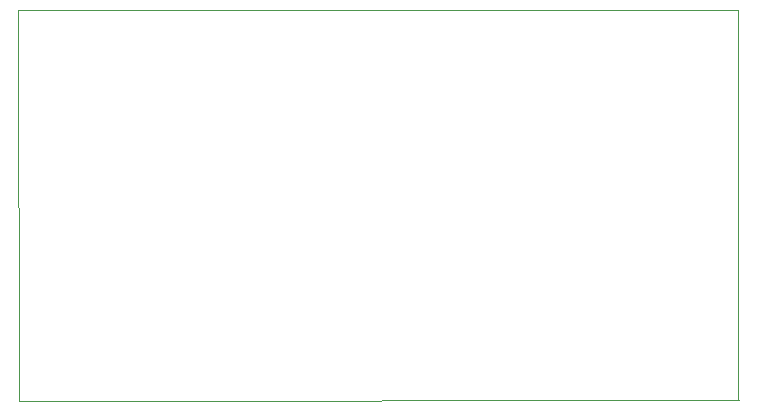
<source format=gbr>
%TF.GenerationSoftware,KiCad,Pcbnew,(5.1.8)-1*%
%TF.CreationDate,2021-01-06T02:07:28+05:30*%
%TF.ProjectId,LSA,4c53412e-6b69-4636-9164-5f7063625858,rev?*%
%TF.SameCoordinates,Original*%
%TF.FileFunction,Profile,NP*%
%FSLAX46Y46*%
G04 Gerber Fmt 4.6, Leading zero omitted, Abs format (unit mm)*
G04 Created by KiCad (PCBNEW (5.1.8)-1) date 2021-01-06 02:07:28*
%MOMM*%
%LPD*%
G01*
G04 APERTURE LIST*
%TA.AperFunction,Profile*%
%ADD10C,0.050000*%
%TD*%
G04 APERTURE END LIST*
D10*
X171010000Y-133020000D02*
X171020000Y-132960000D01*
X170930000Y-133090000D02*
X171010000Y-133020000D01*
X170990000Y-100090000D02*
X171020000Y-133090000D01*
X110050000Y-100040000D02*
X170990000Y-100090000D01*
X110070000Y-133160000D02*
X110050000Y-100040000D01*
X171040000Y-133090000D02*
X110070000Y-133160000D01*
M02*

</source>
